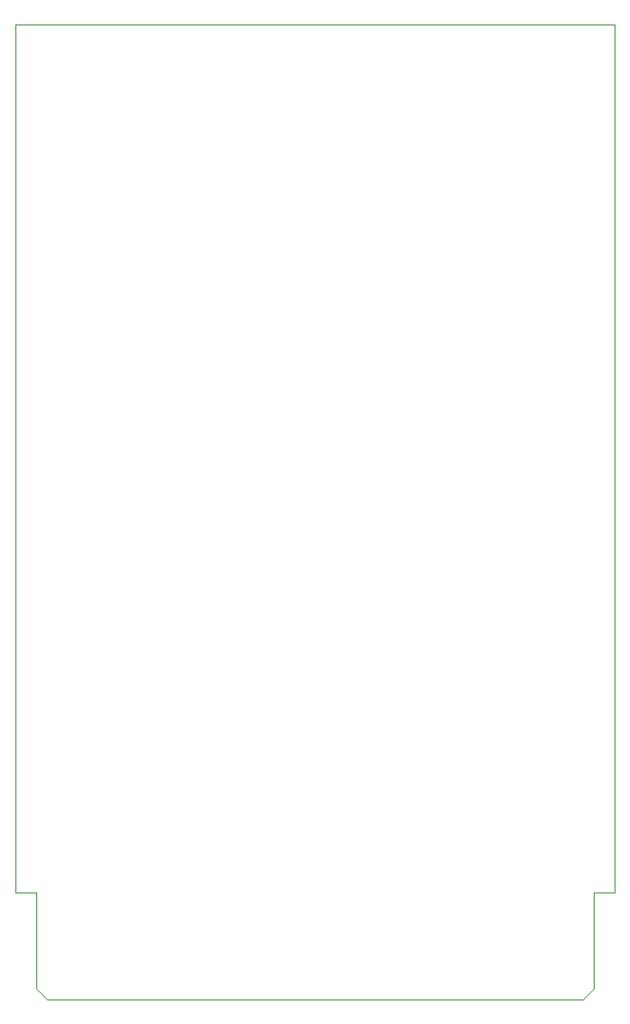
<source format=gm1>
G04 #@! TF.GenerationSoftware,KiCad,Pcbnew,(6.0.11)*
G04 #@! TF.CreationDate,2024-06-19T21:48:16+02:00*
G04 #@! TF.ProjectId,tcbm2sd,7463626d-3273-4642-9e6b-696361645f70,1.0*
G04 #@! TF.SameCoordinates,Original*
G04 #@! TF.FileFunction,Profile,NP*
%FSLAX46Y46*%
G04 Gerber Fmt 4.6, Leading zero omitted, Abs format (unit mm)*
G04 Created by KiCad (PCBNEW (6.0.11)) date 2024-06-19 21:48:16*
%MOMM*%
%LPD*%
G01*
G04 APERTURE LIST*
G04 #@! TA.AperFunction,Profile*
%ADD10C,0.050000*%
G04 #@! TD*
G04 APERTURE END LIST*
D10*
X176501100Y-140503600D02*
X174501100Y-140503600D01*
X120501100Y-140503600D02*
X120501100Y-59503600D01*
X120501100Y-140503600D02*
X122501100Y-140503600D01*
X173501100Y-150503600D02*
X174501100Y-149503600D01*
X120501100Y-59503600D02*
X176501100Y-59503600D01*
X174501100Y-149503600D02*
X174501100Y-140503600D01*
X122501100Y-149503600D02*
X122501100Y-140503600D01*
X123501100Y-150503600D02*
X173501100Y-150503600D01*
X176501100Y-140503600D02*
X176501100Y-59503600D01*
X123501100Y-150503600D02*
X122501100Y-149503600D01*
M02*

</source>
